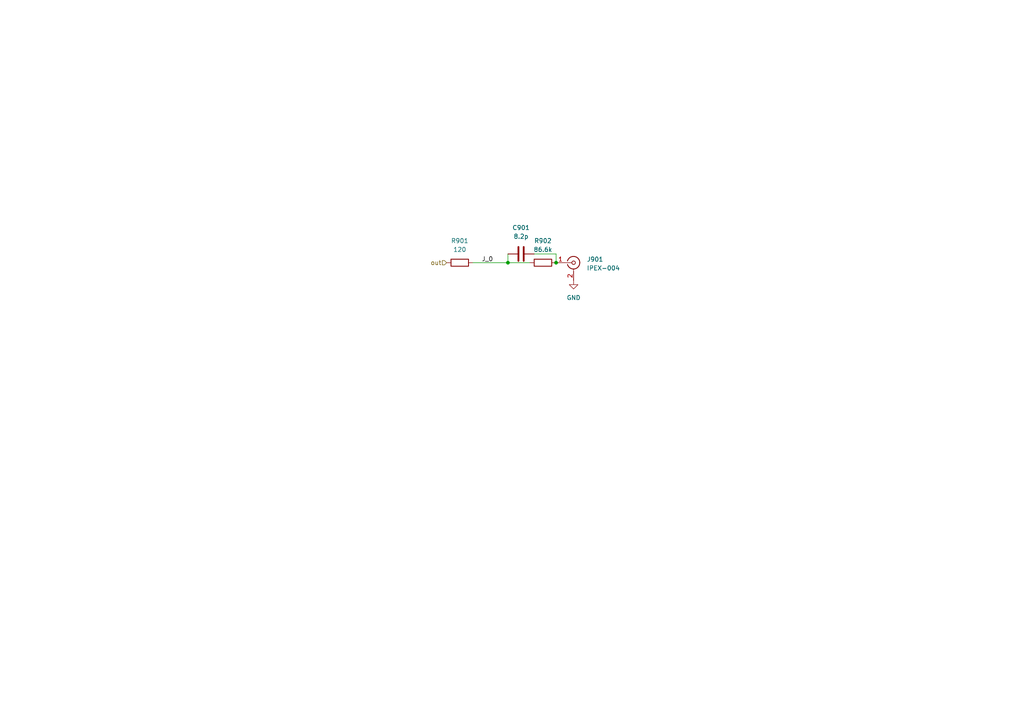
<source format=kicad_sch>
(kicad_sch (version 20231120) (generator "eeschema") (generator_version "8.0")
  (paper "A4")
  (lib_symbols
    (symbol "Connector:Conn_Coaxial" (pin_names (offset 1.016) hide)
      (property "Reference" "J" (at 0.254 3.048 0))
      (property "Value" "Conn_Coaxial" (at 2.921 0 90))
      (symbol "Conn_Coaxial_0_1"
        (arc (start -1.778 -0.508) (mid 0.2311 -1.8066) (end 1.778 0) (stroke (width 0.254)))
        (polyline (pts (xy -2.54 0) (xy -0.508 0)))
        (polyline (pts (xy 0 -2.54) (xy 0 -1.778)))
        (circle (center 0 0) (radius 0.508) (stroke (width 0.2032)))
        (arc (start 1.778 0) (mid 0.2099 1.8101) (end -1.778 0.508) (stroke (width 0.254)))
      )
      (symbol "Conn_Coaxial_1_1"
        (pin passive line (at -5.08 0 0) (length 2.54) (name "In") (number "1"))
        (pin passive line (at 0 -5.08 90) (length 2.54) (name "Ext") (number "2"))
      )
    )
    (symbol "Device:C" (pin_numbers hide) (pin_names (offset 0.254))
      (property "Reference" "C" (at 0.635 2.54 0))
      (property "Value" "C" (at 0.635 -2.54 0))
      (symbol "C_0_1"
        (polyline (pts (xy -2.032 -0.762) (xy 2.032 -0.762)) (stroke (width 0.508)))
        (polyline (pts (xy -2.032 0.762) (xy 2.032 0.762)) (stroke (width 0.508)))
      )
      (symbol "C_1_1"
        (pin passive line (at 0 3.81 270) (length 2.794) (name "~") (number "1"))
        (pin passive line (at 0 -3.81 90) (length 2.794) (name "~") (number "2"))
      )
    )
    (symbol "Device:R" (pin_numbers hide) (pin_names (offset 0))
      (property "Reference" "R" (at 2.032 0 90))
      (property "Value" "R" (at 0 0 90))
      (symbol "R_0_1"
        (rectangle (start -1.016 -2.54) (end 1.016 2.54) (stroke (width 0.254)))
      )
      (symbol "R_1_1"
        (pin passive line (at 0 3.81 270) (length 1.27) (name "~") (number "1"))
        (pin passive line (at 0 -3.81 90) (length 1.27) (name "~") (number "2"))
      )
    )
    (symbol "power:GND" (power) (pin_numbers hide) (pin_names (offset 0) hide)
      (property "Value" "GND" (at 0 -3.81 0))
      (symbol "GND_0_1"
        (polyline (pts (xy 0 0) (xy 0 -1.27) (xy 1.27 -1.27) (xy 0 -2.54) (xy -1.27 -1.27) (xy 0 -1.27)))
      )
      (symbol "GND_1_1"
        (pin power_in line (at 0 0 270) (length 0) (name "~") (number "1"))
      )
    )
  )
  (junction (at 147.32 76.2))
  (junction (at 161.29 76.2))
  (wire (pts (xy 154.94 73.66) (xy 161.29 73.66)))
  (wire (pts (xy 137.16 76.2) (xy 147.32 76.2)))
  (wire (pts (xy 147.32 73.66) (xy 147.32 76.2)))
  (wire (pts (xy 161.29 73.66) (xy 161.29 76.2)))
  (wire (pts (xy 147.32 76.2) (xy 153.67 76.2)))
  (label "J_0" (at 139.7 76.2 0))
  (hierarchical_label "out" (shape input) (at 129.54 76.2 180))
  (symbol (lib_id "power:GND") (at 166.37 81.28 0) (unit 1)
    (property "Reference" "#PWR0601" (effects (hide yes)))
    (property "Value" "GND" (at 166.37 86.36 0))
    (property "Description" "Power symbol creates a global label with name \"GND\" , ground" (effects (hide yes)))
    (instances (project "pmod_ethernet_la" (path "" (reference "#PWR0901") (unit 1)) (path "" (reference "#PWR0701") (unit 1)) (path "" (reference "#PWR0601") (unit 1)) (path "" (reference "#PWR0801") (unit 1))))
  )
  (symbol (lib_id "Device:C") (at 151.13 73.66 90) (unit 1)
    (property "Reference" "C601" (at 151.13 66.04 90))
    (property "Value" "8.2p" (at 151.13 68.58 90))
    (property "Footprint" "Resistor_SMD:R_0603_1608Metric" (effects (hide yes)))
    (property "Description" "Unpolarized capacitor" (effects (hide yes)))
    (property "LCSC" "C1634" (effects (hide yes)))
    (instances (project "pmod_ethernet_la" (path "" (reference "C901") (unit 1)) (path "" (reference "C701") (unit 1)) (path "" (reference "C601") (unit 1)) (path "" (reference "C801") (unit 1))))
  )
  (symbol (lib_id "Connector:Conn_Coaxial") (at 166.37 76.2 0) (unit 1)
    (property "Reference" "J601" (at 170.18 75.2232 0) (effects (justify left)))
    (property "Value" "IPEX-004" (at 170.18 77.7632 0) (effects (justify left)))
    (property "Footprint" "Connector_Coaxial:U.FL_Molex_MCRF_73412-0110_Vertical" (effects (hide yes)))
    (instances (project "pmod_ethernet_la" (path "" (reference "J901") (unit 1)) (path "" (reference "J701") (unit 1)) (path "" (reference "J601") (unit 1)) (path "" (reference "J801") (unit 1))))
  )
  (symbol (lib_id "Device:R") (at 133.35 76.2 90) (unit 1)
    (property "Reference" "R601" (at 133.35 69.85 90))
    (property "Value" "120" (at 133.35 72.39 90))
    (property "Footprint" "Resistor_SMD:R_0603_1608Metric" (effects (hide yes)))
    (property "Description" "Resistor" (effects (hide yes)))
    (property "LCSC" "C22787" (effects (hide yes)))
    (instances (project "pmod_ethernet_la" (path "" (reference "R901") (unit 1)) (path "" (reference "R701") (unit 1)) (path "" (reference "R601") (unit 1)) (path "" (reference "R801") (unit 1))))
  )
  (symbol (lib_id "Device:R") (at 157.48 76.2 90) (unit 1)
    (property "Reference" "R602" (at 157.48 69.85 90))
    (property "Value" "86.6k" (at 157.48 72.39 90))
    (property "Footprint" "Resistor_SMD:R_0603_1608Metric" (effects (hide yes)))
    (property "Description" "Resistor" (effects (hide yes)))
    (property "LCSC" "C23254" (effects (hide yes)))
    (instances (project "pmod_ethernet_la" (path "" (reference "R902") (unit 1)) (path "" (reference "R702") (unit 1)) (path "" (reference "R602") (unit 1)) (path "" (reference "R802") (unit 1))))
  )
)
</source>
